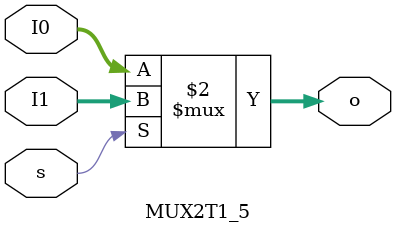
<source format=v>
`timescale 1ns / 1ps
module   MUX2T1_5(input[4:0]I0,
						input[4:0]I1,
						input s,
						output[4:0]o
						 );

	assign o = (s==0)?I0:I1;			////5Î»2Ñ¡Ò»,I0¡¢I1¶ÔÓ¦Ñ¡ÔñÍ¨µÀ0¡¢1

endmodule

</source>
